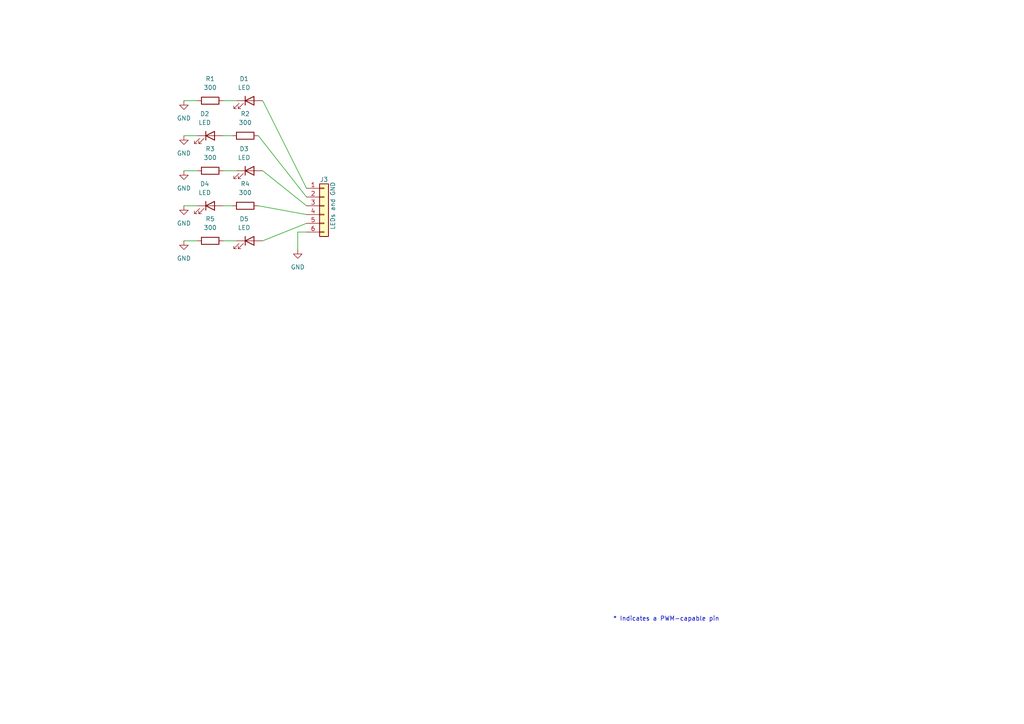
<source format=kicad_sch>
(kicad_sch (version 20211123) (generator eeschema)
  (paper "A4")
  (title_block (date "mar. 31 mars 2015"))
  (lib_symbols
    (symbol "Connector_Generic:Conn_01x06" (pin_names (offset 1.016) hide)
      (property "Reference" "J" (at 0 7.62 0))
      (property "Value" "Conn_01x06" (at 0 -10.16 0))
      (symbol "Conn_01x06_1_1"
        (rectangle (start -1.27 -7.493) (end 0 -7.747) (stroke (width 0.1524)))
        (rectangle (start -1.27 -4.953) (end 0 -5.207) (stroke (width 0.1524)))
        (rectangle (start -1.27 -2.413) (end 0 -2.667) (stroke (width 0.1524)))
        (rectangle (start -1.27 0.127) (end 0 -0.127) (stroke (width 0.1524)))
        (rectangle (start -1.27 2.667) (end 0 2.413) (stroke (width 0.1524)))
        (rectangle (start -1.27 5.207) (end 0 4.953) (stroke (width 0.1524)))
        (rectangle (start -1.27 6.35) (end 1.27 -8.89) (stroke (width 0.254)) (fill (type background)))
        (pin passive line (at -5.08 5.08 0) (length 3.81) (name "Pin_1") (number "1"))
        (pin passive line (at -5.08 2.54 0) (length 3.81) (name "Pin_2") (number "2"))
        (pin passive line (at -5.08 0 0) (length 3.81) (name "Pin_3") (number "3"))
        (pin passive line (at -5.08 -2.54 0) (length 3.81) (name "Pin_4") (number "4"))
        (pin passive line (at -5.08 -5.08 0) (length 3.81) (name "Pin_5") (number "5"))
        (pin passive line (at -5.08 -7.62 0) (length 3.81) (name "Pin_6") (number "6"))
      )
    )
    (symbol "Device:LED" (pin_numbers hide) (pin_names (offset 1.016) hide)
      (property "Reference" "D" (at 0 2.54 0))
      (property "Value" "LED" (at 0 -2.54 0))
      (symbol "LED_0_1"
        (polyline (pts (xy -1.27 -1.27) (xy -1.27 1.27)) (stroke (width 0.254)))
        (polyline (pts (xy -1.27 0) (xy 1.27 0)))
        (polyline (pts (xy 1.27 -1.27) (xy 1.27 1.27) (xy -1.27 0) (xy 1.27 -1.27)) (stroke (width 0.254)))
        (polyline (pts (xy -3.048 -0.762) (xy -4.572 -2.286) (xy -3.81 -2.286) (xy -4.572 -2.286) (xy -4.572 -1.524)))
        (polyline (pts (xy -1.778 -0.762) (xy -3.302 -2.286) (xy -2.54 -2.286) (xy -3.302 -2.286) (xy -3.302 -1.524)))
      )
      (symbol "LED_1_1"
        (pin passive line (at -3.81 0 0) (length 2.54) (name "K") (number "1"))
        (pin passive line (at 3.81 0 180) (length 2.54) (name "A") (number "2"))
      )
    )
    (symbol "Device:R" (pin_numbers hide) (pin_names (offset 0))
      (property "Reference" "R" (at 2.032 0 90))
      (property "Value" "R" (at 0 0 90))
      (symbol "R_0_1"
        (rectangle (start -1.016 -2.54) (end 1.016 2.54) (stroke (width 0.254)))
      )
      (symbol "R_1_1"
        (pin passive line (at 0 3.81 270) (length 1.27) (name "~") (number "1"))
        (pin passive line (at 0 -3.81 90) (length 1.27) (name "~") (number "2"))
      )
    )
    (symbol "power:GND" (power) (pin_names (offset 0))
      (property "Value" "GND" (at 0 -3.81 0))
      (symbol "GND_0_1"
        (polyline (pts (xy 0 0) (xy 0 -1.27) (xy 1.27 -1.27) (xy 0 -2.54) (xy -1.27 -1.27) (xy 0 -1.27)))
      )
      (symbol "GND_1_1"
        (pin power_in line (at 0 0 270) (length 0) hide (name "GND") (number "1"))
      )
    )
  )
  (wire (pts (xy 64.77 69.85) (xy 68.58 69.85)))
  (wire (pts (xy 88.9 54.61) (xy 76.2 29.21)))
  (wire (pts (xy 88.9 67.31) (xy 86.36 67.31)))
  (wire (pts (xy 53.34 29.21) (xy 57.15 29.21)))
  (wire (pts (xy 64.77 49.53) (xy 68.58 49.53)))
  (wire (pts (xy 74.93 39.37) (xy 88.9 57.15)))
  (wire (pts (xy 86.36 67.31) (xy 86.36 72.39)))
  (wire (pts (xy 74.93 59.69) (xy 88.9 62.23)))
  (wire (pts (xy 53.34 69.85) (xy 57.15 69.85)))
  (wire (pts (xy 53.34 39.37) (xy 57.15 39.37)))
  (wire (pts (xy 53.34 49.53) (xy 57.15 49.53)))
  (wire (pts (xy 88.9 59.69) (xy 76.2 49.53)))
  (wire (pts (xy 64.77 39.37) (xy 67.31 39.37)))
  (wire (pts (xy 53.34 59.69) (xy 57.15 59.69)))
  (wire (pts (xy 67.31 59.69) (xy 64.77 59.69)))
  (wire (pts (xy 64.77 29.21) (xy 68.58 29.21)))
  (wire (pts (xy 88.9 64.77) (xy 76.2 69.85)))
  (text "* Indicates a PWM-capable pin" (at 177.8 180.34 0) (effects (font (size 1.27 1.27)) (justify left bottom)))
  (symbol (lib_id "Connector_Generic:Conn_01x06") (at 93.98 59.69 0) (unit 1)
    (property "Reference" "J3" (at 93.98 52.07 0))
    (property "Value" "LEDs and GND" (at 96.52 59.69 90))
    (property "Footprint" "Connector_PinSocket_2.54mm:PinSocket_1x06_P2.54mm_Vertical" (effects hide))
  )
  (symbol (lib_id "power:GND") (at 53.34 59.69 0) (unit 1)
    (property "Reference" "#PWR0105" (effects hide))
    (property "Value" "GND" (at 53.34 64.77 0))
  )
  (symbol (lib_id "Device:R") (at 60.96 69.85 90) (unit 1)
    (property "Reference" "R5" (at 60.96 63.5 90))
    (property "Value" "300" (at 60.96 66.04 90))
    (property "Footprint" "Resistor_SMD:R_0603_1608Metric_Pad0.98x0.95mm_HandSolder" (effects hide))
  )
  (symbol (lib_id "Device:LED") (at 60.96 39.37 0) (unit 1)
    (property "Reference" "D2" (at 59.3725 33.02 0))
    (property "Value" "LED" (at 59.3725 35.56 0))
    (property "Footprint" "LED_THT:LED_D3.0mm" (effects hide))
  )
  (symbol (lib_id "Device:R") (at 60.96 29.21 90) (unit 1)
    (property "Reference" "R1" (at 60.96 22.86 90))
    (property "Value" "300" (at 60.96 25.4 90))
    (property "Footprint" "Resistor_SMD:R_0603_1608Metric_Pad0.98x0.95mm_HandSolder" (effects hide))
  )
  (symbol (lib_id "power:GND") (at 53.34 29.21 0) (unit 1)
    (property "Reference" "#PWR0102" (effects hide))
    (property "Value" "GND" (at 53.34 34.29 0))
  )
  (symbol (lib_id "Device:LED") (at 60.96 59.69 0) (unit 1)
    (property "Reference" "D4" (at 59.3725 53.34 0))
    (property "Value" "LED" (at 59.3725 55.88 0))
    (property "Footprint" "LED_THT:LED_D3.0mm" (effects hide))
  )
  (symbol (lib_id "power:GND") (at 86.36 72.39 0) (unit 1)
    (property "Reference" "#PWR0101" (effects hide))
    (property "Value" "GND" (at 86.36 77.47 0))
  )
  (symbol (lib_id "power:GND") (at 53.34 49.53 0) (unit 1)
    (property "Reference" "#PWR0106" (effects hide))
    (property "Value" "GND" (at 53.34 54.61 0))
  )
  (symbol (lib_id "power:GND") (at 53.34 39.37 0) (unit 1)
    (property "Reference" "#PWR0103" (effects hide))
    (property "Value" "GND" (at 53.34 44.45 0))
  )
  (symbol (lib_id "Device:LED") (at 72.39 49.53 0) (unit 1)
    (property "Reference" "D3" (at 70.8025 43.18 0))
    (property "Value" "LED" (at 70.8025 45.72 0))
    (property "Footprint" "LED_THT:LED_D3.0mm" (effects hide))
  )
  (symbol (lib_id "Device:LED") (at 72.39 29.21 0) (unit 1)
    (property "Reference" "D1" (at 70.8025 22.86 0))
    (property "Value" "LED" (at 70.8025 25.4 0))
    (property "Footprint" "LED_THT:LED_D3.0mm" (effects hide))
  )
  (symbol (lib_id "Device:R") (at 71.12 59.69 90) (unit 1)
    (property "Reference" "R4" (at 71.12 53.34 90))
    (property "Value" "300" (at 71.12 55.88 90))
    (property "Footprint" "Resistor_SMD:R_0603_1608Metric_Pad0.98x0.95mm_HandSolder" (effects hide))
  )
  (symbol (lib_id "power:GND") (at 53.34 69.85 0) (unit 1)
    (property "Reference" "#PWR0104" (effects hide))
    (property "Value" "GND" (at 53.34 74.93 0))
  )
  (symbol (lib_id "Device:R") (at 60.96 49.53 90) (unit 1)
    (property "Reference" "R3" (at 60.96 43.18 90))
    (property "Value" "300" (at 60.96 45.72 90))
    (property "Footprint" "Resistor_SMD:R_0603_1608Metric_Pad0.98x0.95mm_HandSolder" (effects hide))
  )
  (symbol (lib_id "Device:LED") (at 72.39 69.85 0) (unit 1)
    (property "Reference" "D5" (at 70.8025 63.5 0))
    (property "Value" "LED" (at 70.8025 66.04 0))
    (property "Footprint" "LED_THT:LED_D3.0mm" (effects hide))
  )
  (symbol (lib_id "Device:R") (at 71.12 39.37 90) (unit 1)
    (property "Reference" "R2" (at 71.12 33.02 90))
    (property "Value" "300" (at 71.12 35.56 90))
    (property "Footprint" "Resistor_SMD:R_0603_1608Metric_Pad0.98x0.95mm_HandSolder" (effects hide))
  )
)
</source>
